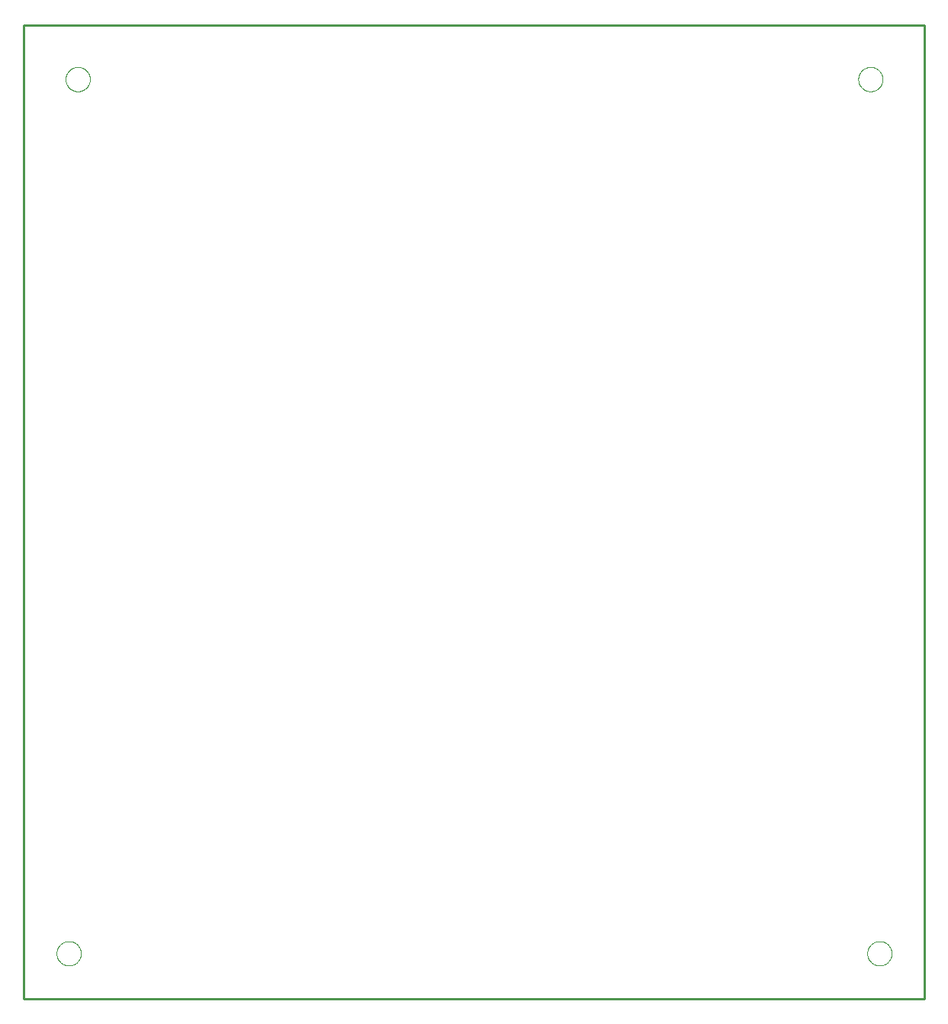
<source format=gko>
G04 EAGLE Gerber RS-274X export*
G75*
%MOMM*%
%FSLAX34Y34*%
%LPD*%
%INBoard Outline*%
%IPPOS*%
%AMOC8*
5,1,8,0,0,1.08239X$1,22.5*%
G01*
G04 Define Apertures*
%ADD10C,0.152400*%
%ADD11C,0.000000*%
%ADD12C,0.254000*%
D10*
X1000000Y0D02*
X1000000Y1080000D01*
X0Y1080000D01*
X0Y0D01*
X1000000Y0D01*
D11*
X46500Y1020000D02*
X46504Y1020331D01*
X46516Y1020662D01*
X46537Y1020993D01*
X46565Y1021323D01*
X46602Y1021653D01*
X46646Y1021981D01*
X46699Y1022308D01*
X46759Y1022634D01*
X46828Y1022958D01*
X46905Y1023280D01*
X46989Y1023601D01*
X47081Y1023919D01*
X47181Y1024235D01*
X47289Y1024548D01*
X47405Y1024859D01*
X47528Y1025166D01*
X47658Y1025471D01*
X47796Y1025772D01*
X47941Y1026070D01*
X48094Y1026364D01*
X48254Y1026654D01*
X48421Y1026940D01*
X48594Y1027222D01*
X48775Y1027500D01*
X48963Y1027773D01*
X49157Y1028042D01*
X49357Y1028306D01*
X49564Y1028564D01*
X49778Y1028818D01*
X49997Y1029066D01*
X50223Y1029309D01*
X50454Y1029546D01*
X50691Y1029777D01*
X50934Y1030003D01*
X51182Y1030222D01*
X51436Y1030436D01*
X51694Y1030643D01*
X51958Y1030843D01*
X52227Y1031037D01*
X52500Y1031225D01*
X52778Y1031406D01*
X53060Y1031579D01*
X53346Y1031746D01*
X53636Y1031906D01*
X53930Y1032059D01*
X54228Y1032204D01*
X54529Y1032342D01*
X54834Y1032472D01*
X55141Y1032595D01*
X55452Y1032711D01*
X55765Y1032819D01*
X56081Y1032919D01*
X56399Y1033011D01*
X56720Y1033095D01*
X57042Y1033172D01*
X57366Y1033241D01*
X57692Y1033301D01*
X58019Y1033354D01*
X58347Y1033398D01*
X58677Y1033435D01*
X59007Y1033463D01*
X59338Y1033484D01*
X59669Y1033496D01*
X60000Y1033500D01*
X60331Y1033496D01*
X60662Y1033484D01*
X60993Y1033463D01*
X61323Y1033435D01*
X61653Y1033398D01*
X61981Y1033354D01*
X62308Y1033301D01*
X62634Y1033241D01*
X62958Y1033172D01*
X63280Y1033095D01*
X63601Y1033011D01*
X63919Y1032919D01*
X64235Y1032819D01*
X64548Y1032711D01*
X64859Y1032595D01*
X65166Y1032472D01*
X65471Y1032342D01*
X65772Y1032204D01*
X66070Y1032059D01*
X66364Y1031906D01*
X66654Y1031746D01*
X66940Y1031579D01*
X67222Y1031406D01*
X67500Y1031225D01*
X67773Y1031037D01*
X68042Y1030843D01*
X68306Y1030643D01*
X68564Y1030436D01*
X68818Y1030222D01*
X69066Y1030003D01*
X69309Y1029777D01*
X69546Y1029546D01*
X69777Y1029309D01*
X70003Y1029066D01*
X70222Y1028818D01*
X70436Y1028564D01*
X70643Y1028306D01*
X70843Y1028042D01*
X71037Y1027773D01*
X71225Y1027500D01*
X71406Y1027222D01*
X71579Y1026940D01*
X71746Y1026654D01*
X71906Y1026364D01*
X72059Y1026070D01*
X72204Y1025772D01*
X72342Y1025471D01*
X72472Y1025166D01*
X72595Y1024859D01*
X72711Y1024548D01*
X72819Y1024235D01*
X72919Y1023919D01*
X73011Y1023601D01*
X73095Y1023280D01*
X73172Y1022958D01*
X73241Y1022634D01*
X73301Y1022308D01*
X73354Y1021981D01*
X73398Y1021653D01*
X73435Y1021323D01*
X73463Y1020993D01*
X73484Y1020662D01*
X73496Y1020331D01*
X73500Y1020000D01*
X73496Y1019669D01*
X73484Y1019338D01*
X73463Y1019007D01*
X73435Y1018677D01*
X73398Y1018347D01*
X73354Y1018019D01*
X73301Y1017692D01*
X73241Y1017366D01*
X73172Y1017042D01*
X73095Y1016720D01*
X73011Y1016399D01*
X72919Y1016081D01*
X72819Y1015765D01*
X72711Y1015452D01*
X72595Y1015141D01*
X72472Y1014834D01*
X72342Y1014529D01*
X72204Y1014228D01*
X72059Y1013930D01*
X71906Y1013636D01*
X71746Y1013346D01*
X71579Y1013060D01*
X71406Y1012778D01*
X71225Y1012500D01*
X71037Y1012227D01*
X70843Y1011958D01*
X70643Y1011694D01*
X70436Y1011436D01*
X70222Y1011182D01*
X70003Y1010934D01*
X69777Y1010691D01*
X69546Y1010454D01*
X69309Y1010223D01*
X69066Y1009997D01*
X68818Y1009778D01*
X68564Y1009564D01*
X68306Y1009357D01*
X68042Y1009157D01*
X67773Y1008963D01*
X67500Y1008775D01*
X67222Y1008594D01*
X66940Y1008421D01*
X66654Y1008254D01*
X66364Y1008094D01*
X66070Y1007941D01*
X65772Y1007796D01*
X65471Y1007658D01*
X65166Y1007528D01*
X64859Y1007405D01*
X64548Y1007289D01*
X64235Y1007181D01*
X63919Y1007081D01*
X63601Y1006989D01*
X63280Y1006905D01*
X62958Y1006828D01*
X62634Y1006759D01*
X62308Y1006699D01*
X61981Y1006646D01*
X61653Y1006602D01*
X61323Y1006565D01*
X60993Y1006537D01*
X60662Y1006516D01*
X60331Y1006504D01*
X60000Y1006500D01*
X59669Y1006504D01*
X59338Y1006516D01*
X59007Y1006537D01*
X58677Y1006565D01*
X58347Y1006602D01*
X58019Y1006646D01*
X57692Y1006699D01*
X57366Y1006759D01*
X57042Y1006828D01*
X56720Y1006905D01*
X56399Y1006989D01*
X56081Y1007081D01*
X55765Y1007181D01*
X55452Y1007289D01*
X55141Y1007405D01*
X54834Y1007528D01*
X54529Y1007658D01*
X54228Y1007796D01*
X53930Y1007941D01*
X53636Y1008094D01*
X53346Y1008254D01*
X53060Y1008421D01*
X52778Y1008594D01*
X52500Y1008775D01*
X52227Y1008963D01*
X51958Y1009157D01*
X51694Y1009357D01*
X51436Y1009564D01*
X51182Y1009778D01*
X50934Y1009997D01*
X50691Y1010223D01*
X50454Y1010454D01*
X50223Y1010691D01*
X49997Y1010934D01*
X49778Y1011182D01*
X49564Y1011436D01*
X49357Y1011694D01*
X49157Y1011958D01*
X48963Y1012227D01*
X48775Y1012500D01*
X48594Y1012778D01*
X48421Y1013060D01*
X48254Y1013346D01*
X48094Y1013636D01*
X47941Y1013930D01*
X47796Y1014228D01*
X47658Y1014529D01*
X47528Y1014834D01*
X47405Y1015141D01*
X47289Y1015452D01*
X47181Y1015765D01*
X47081Y1016081D01*
X46989Y1016399D01*
X46905Y1016720D01*
X46828Y1017042D01*
X46759Y1017366D01*
X46699Y1017692D01*
X46646Y1018019D01*
X46602Y1018347D01*
X46565Y1018677D01*
X46537Y1019007D01*
X46516Y1019338D01*
X46504Y1019669D01*
X46500Y1020000D01*
X926500Y1020000D02*
X926504Y1020331D01*
X926516Y1020662D01*
X926537Y1020993D01*
X926565Y1021323D01*
X926602Y1021653D01*
X926646Y1021981D01*
X926699Y1022308D01*
X926759Y1022634D01*
X926828Y1022958D01*
X926905Y1023280D01*
X926989Y1023601D01*
X927081Y1023919D01*
X927181Y1024235D01*
X927289Y1024548D01*
X927405Y1024859D01*
X927528Y1025166D01*
X927658Y1025471D01*
X927796Y1025772D01*
X927941Y1026070D01*
X928094Y1026364D01*
X928254Y1026654D01*
X928421Y1026940D01*
X928594Y1027222D01*
X928775Y1027500D01*
X928963Y1027773D01*
X929157Y1028042D01*
X929357Y1028306D01*
X929564Y1028564D01*
X929778Y1028818D01*
X929997Y1029066D01*
X930223Y1029309D01*
X930454Y1029546D01*
X930691Y1029777D01*
X930934Y1030003D01*
X931182Y1030222D01*
X931436Y1030436D01*
X931694Y1030643D01*
X931958Y1030843D01*
X932227Y1031037D01*
X932500Y1031225D01*
X932778Y1031406D01*
X933060Y1031579D01*
X933346Y1031746D01*
X933636Y1031906D01*
X933930Y1032059D01*
X934228Y1032204D01*
X934529Y1032342D01*
X934834Y1032472D01*
X935141Y1032595D01*
X935452Y1032711D01*
X935765Y1032819D01*
X936081Y1032919D01*
X936399Y1033011D01*
X936720Y1033095D01*
X937042Y1033172D01*
X937366Y1033241D01*
X937692Y1033301D01*
X938019Y1033354D01*
X938347Y1033398D01*
X938677Y1033435D01*
X939007Y1033463D01*
X939338Y1033484D01*
X939669Y1033496D01*
X940000Y1033500D01*
X940331Y1033496D01*
X940662Y1033484D01*
X940993Y1033463D01*
X941323Y1033435D01*
X941653Y1033398D01*
X941981Y1033354D01*
X942308Y1033301D01*
X942634Y1033241D01*
X942958Y1033172D01*
X943280Y1033095D01*
X943601Y1033011D01*
X943919Y1032919D01*
X944235Y1032819D01*
X944548Y1032711D01*
X944859Y1032595D01*
X945166Y1032472D01*
X945471Y1032342D01*
X945772Y1032204D01*
X946070Y1032059D01*
X946364Y1031906D01*
X946654Y1031746D01*
X946940Y1031579D01*
X947222Y1031406D01*
X947500Y1031225D01*
X947773Y1031037D01*
X948042Y1030843D01*
X948306Y1030643D01*
X948564Y1030436D01*
X948818Y1030222D01*
X949066Y1030003D01*
X949309Y1029777D01*
X949546Y1029546D01*
X949777Y1029309D01*
X950003Y1029066D01*
X950222Y1028818D01*
X950436Y1028564D01*
X950643Y1028306D01*
X950843Y1028042D01*
X951037Y1027773D01*
X951225Y1027500D01*
X951406Y1027222D01*
X951579Y1026940D01*
X951746Y1026654D01*
X951906Y1026364D01*
X952059Y1026070D01*
X952204Y1025772D01*
X952342Y1025471D01*
X952472Y1025166D01*
X952595Y1024859D01*
X952711Y1024548D01*
X952819Y1024235D01*
X952919Y1023919D01*
X953011Y1023601D01*
X953095Y1023280D01*
X953172Y1022958D01*
X953241Y1022634D01*
X953301Y1022308D01*
X953354Y1021981D01*
X953398Y1021653D01*
X953435Y1021323D01*
X953463Y1020993D01*
X953484Y1020662D01*
X953496Y1020331D01*
X953500Y1020000D01*
X953496Y1019669D01*
X953484Y1019338D01*
X953463Y1019007D01*
X953435Y1018677D01*
X953398Y1018347D01*
X953354Y1018019D01*
X953301Y1017692D01*
X953241Y1017366D01*
X953172Y1017042D01*
X953095Y1016720D01*
X953011Y1016399D01*
X952919Y1016081D01*
X952819Y1015765D01*
X952711Y1015452D01*
X952595Y1015141D01*
X952472Y1014834D01*
X952342Y1014529D01*
X952204Y1014228D01*
X952059Y1013930D01*
X951906Y1013636D01*
X951746Y1013346D01*
X951579Y1013060D01*
X951406Y1012778D01*
X951225Y1012500D01*
X951037Y1012227D01*
X950843Y1011958D01*
X950643Y1011694D01*
X950436Y1011436D01*
X950222Y1011182D01*
X950003Y1010934D01*
X949777Y1010691D01*
X949546Y1010454D01*
X949309Y1010223D01*
X949066Y1009997D01*
X948818Y1009778D01*
X948564Y1009564D01*
X948306Y1009357D01*
X948042Y1009157D01*
X947773Y1008963D01*
X947500Y1008775D01*
X947222Y1008594D01*
X946940Y1008421D01*
X946654Y1008254D01*
X946364Y1008094D01*
X946070Y1007941D01*
X945772Y1007796D01*
X945471Y1007658D01*
X945166Y1007528D01*
X944859Y1007405D01*
X944548Y1007289D01*
X944235Y1007181D01*
X943919Y1007081D01*
X943601Y1006989D01*
X943280Y1006905D01*
X942958Y1006828D01*
X942634Y1006759D01*
X942308Y1006699D01*
X941981Y1006646D01*
X941653Y1006602D01*
X941323Y1006565D01*
X940993Y1006537D01*
X940662Y1006516D01*
X940331Y1006504D01*
X940000Y1006500D01*
X939669Y1006504D01*
X939338Y1006516D01*
X939007Y1006537D01*
X938677Y1006565D01*
X938347Y1006602D01*
X938019Y1006646D01*
X937692Y1006699D01*
X937366Y1006759D01*
X937042Y1006828D01*
X936720Y1006905D01*
X936399Y1006989D01*
X936081Y1007081D01*
X935765Y1007181D01*
X935452Y1007289D01*
X935141Y1007405D01*
X934834Y1007528D01*
X934529Y1007658D01*
X934228Y1007796D01*
X933930Y1007941D01*
X933636Y1008094D01*
X933346Y1008254D01*
X933060Y1008421D01*
X932778Y1008594D01*
X932500Y1008775D01*
X932227Y1008963D01*
X931958Y1009157D01*
X931694Y1009357D01*
X931436Y1009564D01*
X931182Y1009778D01*
X930934Y1009997D01*
X930691Y1010223D01*
X930454Y1010454D01*
X930223Y1010691D01*
X929997Y1010934D01*
X929778Y1011182D01*
X929564Y1011436D01*
X929357Y1011694D01*
X929157Y1011958D01*
X928963Y1012227D01*
X928775Y1012500D01*
X928594Y1012778D01*
X928421Y1013060D01*
X928254Y1013346D01*
X928094Y1013636D01*
X927941Y1013930D01*
X927796Y1014228D01*
X927658Y1014529D01*
X927528Y1014834D01*
X927405Y1015141D01*
X927289Y1015452D01*
X927181Y1015765D01*
X927081Y1016081D01*
X926989Y1016399D01*
X926905Y1016720D01*
X926828Y1017042D01*
X926759Y1017366D01*
X926699Y1017692D01*
X926646Y1018019D01*
X926602Y1018347D01*
X926565Y1018677D01*
X926537Y1019007D01*
X926516Y1019338D01*
X926504Y1019669D01*
X926500Y1020000D01*
X936500Y50000D02*
X936504Y50331D01*
X936516Y50662D01*
X936537Y50993D01*
X936565Y51323D01*
X936602Y51653D01*
X936646Y51981D01*
X936699Y52308D01*
X936759Y52634D01*
X936828Y52958D01*
X936905Y53280D01*
X936989Y53601D01*
X937081Y53919D01*
X937181Y54235D01*
X937289Y54548D01*
X937405Y54859D01*
X937528Y55166D01*
X937658Y55471D01*
X937796Y55772D01*
X937941Y56070D01*
X938094Y56364D01*
X938254Y56654D01*
X938421Y56940D01*
X938594Y57222D01*
X938775Y57500D01*
X938963Y57773D01*
X939157Y58042D01*
X939357Y58306D01*
X939564Y58564D01*
X939778Y58818D01*
X939997Y59066D01*
X940223Y59309D01*
X940454Y59546D01*
X940691Y59777D01*
X940934Y60003D01*
X941182Y60222D01*
X941436Y60436D01*
X941694Y60643D01*
X941958Y60843D01*
X942227Y61037D01*
X942500Y61225D01*
X942778Y61406D01*
X943060Y61579D01*
X943346Y61746D01*
X943636Y61906D01*
X943930Y62059D01*
X944228Y62204D01*
X944529Y62342D01*
X944834Y62472D01*
X945141Y62595D01*
X945452Y62711D01*
X945765Y62819D01*
X946081Y62919D01*
X946399Y63011D01*
X946720Y63095D01*
X947042Y63172D01*
X947366Y63241D01*
X947692Y63301D01*
X948019Y63354D01*
X948347Y63398D01*
X948677Y63435D01*
X949007Y63463D01*
X949338Y63484D01*
X949669Y63496D01*
X950000Y63500D01*
X950331Y63496D01*
X950662Y63484D01*
X950993Y63463D01*
X951323Y63435D01*
X951653Y63398D01*
X951981Y63354D01*
X952308Y63301D01*
X952634Y63241D01*
X952958Y63172D01*
X953280Y63095D01*
X953601Y63011D01*
X953919Y62919D01*
X954235Y62819D01*
X954548Y62711D01*
X954859Y62595D01*
X955166Y62472D01*
X955471Y62342D01*
X955772Y62204D01*
X956070Y62059D01*
X956364Y61906D01*
X956654Y61746D01*
X956940Y61579D01*
X957222Y61406D01*
X957500Y61225D01*
X957773Y61037D01*
X958042Y60843D01*
X958306Y60643D01*
X958564Y60436D01*
X958818Y60222D01*
X959066Y60003D01*
X959309Y59777D01*
X959546Y59546D01*
X959777Y59309D01*
X960003Y59066D01*
X960222Y58818D01*
X960436Y58564D01*
X960643Y58306D01*
X960843Y58042D01*
X961037Y57773D01*
X961225Y57500D01*
X961406Y57222D01*
X961579Y56940D01*
X961746Y56654D01*
X961906Y56364D01*
X962059Y56070D01*
X962204Y55772D01*
X962342Y55471D01*
X962472Y55166D01*
X962595Y54859D01*
X962711Y54548D01*
X962819Y54235D01*
X962919Y53919D01*
X963011Y53601D01*
X963095Y53280D01*
X963172Y52958D01*
X963241Y52634D01*
X963301Y52308D01*
X963354Y51981D01*
X963398Y51653D01*
X963435Y51323D01*
X963463Y50993D01*
X963484Y50662D01*
X963496Y50331D01*
X963500Y50000D01*
X963496Y49669D01*
X963484Y49338D01*
X963463Y49007D01*
X963435Y48677D01*
X963398Y48347D01*
X963354Y48019D01*
X963301Y47692D01*
X963241Y47366D01*
X963172Y47042D01*
X963095Y46720D01*
X963011Y46399D01*
X962919Y46081D01*
X962819Y45765D01*
X962711Y45452D01*
X962595Y45141D01*
X962472Y44834D01*
X962342Y44529D01*
X962204Y44228D01*
X962059Y43930D01*
X961906Y43636D01*
X961746Y43346D01*
X961579Y43060D01*
X961406Y42778D01*
X961225Y42500D01*
X961037Y42227D01*
X960843Y41958D01*
X960643Y41694D01*
X960436Y41436D01*
X960222Y41182D01*
X960003Y40934D01*
X959777Y40691D01*
X959546Y40454D01*
X959309Y40223D01*
X959066Y39997D01*
X958818Y39778D01*
X958564Y39564D01*
X958306Y39357D01*
X958042Y39157D01*
X957773Y38963D01*
X957500Y38775D01*
X957222Y38594D01*
X956940Y38421D01*
X956654Y38254D01*
X956364Y38094D01*
X956070Y37941D01*
X955772Y37796D01*
X955471Y37658D01*
X955166Y37528D01*
X954859Y37405D01*
X954548Y37289D01*
X954235Y37181D01*
X953919Y37081D01*
X953601Y36989D01*
X953280Y36905D01*
X952958Y36828D01*
X952634Y36759D01*
X952308Y36699D01*
X951981Y36646D01*
X951653Y36602D01*
X951323Y36565D01*
X950993Y36537D01*
X950662Y36516D01*
X950331Y36504D01*
X950000Y36500D01*
X949669Y36504D01*
X949338Y36516D01*
X949007Y36537D01*
X948677Y36565D01*
X948347Y36602D01*
X948019Y36646D01*
X947692Y36699D01*
X947366Y36759D01*
X947042Y36828D01*
X946720Y36905D01*
X946399Y36989D01*
X946081Y37081D01*
X945765Y37181D01*
X945452Y37289D01*
X945141Y37405D01*
X944834Y37528D01*
X944529Y37658D01*
X944228Y37796D01*
X943930Y37941D01*
X943636Y38094D01*
X943346Y38254D01*
X943060Y38421D01*
X942778Y38594D01*
X942500Y38775D01*
X942227Y38963D01*
X941958Y39157D01*
X941694Y39357D01*
X941436Y39564D01*
X941182Y39778D01*
X940934Y39997D01*
X940691Y40223D01*
X940454Y40454D01*
X940223Y40691D01*
X939997Y40934D01*
X939778Y41182D01*
X939564Y41436D01*
X939357Y41694D01*
X939157Y41958D01*
X938963Y42227D01*
X938775Y42500D01*
X938594Y42778D01*
X938421Y43060D01*
X938254Y43346D01*
X938094Y43636D01*
X937941Y43930D01*
X937796Y44228D01*
X937658Y44529D01*
X937528Y44834D01*
X937405Y45141D01*
X937289Y45452D01*
X937181Y45765D01*
X937081Y46081D01*
X936989Y46399D01*
X936905Y46720D01*
X936828Y47042D01*
X936759Y47366D01*
X936699Y47692D01*
X936646Y48019D01*
X936602Y48347D01*
X936565Y48677D01*
X936537Y49007D01*
X936516Y49338D01*
X936504Y49669D01*
X936500Y50000D01*
X36500Y50000D02*
X36504Y50331D01*
X36516Y50662D01*
X36537Y50993D01*
X36565Y51323D01*
X36602Y51653D01*
X36646Y51981D01*
X36699Y52308D01*
X36759Y52634D01*
X36828Y52958D01*
X36905Y53280D01*
X36989Y53601D01*
X37081Y53919D01*
X37181Y54235D01*
X37289Y54548D01*
X37405Y54859D01*
X37528Y55166D01*
X37658Y55471D01*
X37796Y55772D01*
X37941Y56070D01*
X38094Y56364D01*
X38254Y56654D01*
X38421Y56940D01*
X38594Y57222D01*
X38775Y57500D01*
X38963Y57773D01*
X39157Y58042D01*
X39357Y58306D01*
X39564Y58564D01*
X39778Y58818D01*
X39997Y59066D01*
X40223Y59309D01*
X40454Y59546D01*
X40691Y59777D01*
X40934Y60003D01*
X41182Y60222D01*
X41436Y60436D01*
X41694Y60643D01*
X41958Y60843D01*
X42227Y61037D01*
X42500Y61225D01*
X42778Y61406D01*
X43060Y61579D01*
X43346Y61746D01*
X43636Y61906D01*
X43930Y62059D01*
X44228Y62204D01*
X44529Y62342D01*
X44834Y62472D01*
X45141Y62595D01*
X45452Y62711D01*
X45765Y62819D01*
X46081Y62919D01*
X46399Y63011D01*
X46720Y63095D01*
X47042Y63172D01*
X47366Y63241D01*
X47692Y63301D01*
X48019Y63354D01*
X48347Y63398D01*
X48677Y63435D01*
X49007Y63463D01*
X49338Y63484D01*
X49669Y63496D01*
X50000Y63500D01*
X50331Y63496D01*
X50662Y63484D01*
X50993Y63463D01*
X51323Y63435D01*
X51653Y63398D01*
X51981Y63354D01*
X52308Y63301D01*
X52634Y63241D01*
X52958Y63172D01*
X53280Y63095D01*
X53601Y63011D01*
X53919Y62919D01*
X54235Y62819D01*
X54548Y62711D01*
X54859Y62595D01*
X55166Y62472D01*
X55471Y62342D01*
X55772Y62204D01*
X56070Y62059D01*
X56364Y61906D01*
X56654Y61746D01*
X56940Y61579D01*
X57222Y61406D01*
X57500Y61225D01*
X57773Y61037D01*
X58042Y60843D01*
X58306Y60643D01*
X58564Y60436D01*
X58818Y60222D01*
X59066Y60003D01*
X59309Y59777D01*
X59546Y59546D01*
X59777Y59309D01*
X60003Y59066D01*
X60222Y58818D01*
X60436Y58564D01*
X60643Y58306D01*
X60843Y58042D01*
X61037Y57773D01*
X61225Y57500D01*
X61406Y57222D01*
X61579Y56940D01*
X61746Y56654D01*
X61906Y56364D01*
X62059Y56070D01*
X62204Y55772D01*
X62342Y55471D01*
X62472Y55166D01*
X62595Y54859D01*
X62711Y54548D01*
X62819Y54235D01*
X62919Y53919D01*
X63011Y53601D01*
X63095Y53280D01*
X63172Y52958D01*
X63241Y52634D01*
X63301Y52308D01*
X63354Y51981D01*
X63398Y51653D01*
X63435Y51323D01*
X63463Y50993D01*
X63484Y50662D01*
X63496Y50331D01*
X63500Y50000D01*
X63496Y49669D01*
X63484Y49338D01*
X63463Y49007D01*
X63435Y48677D01*
X63398Y48347D01*
X63354Y48019D01*
X63301Y47692D01*
X63241Y47366D01*
X63172Y47042D01*
X63095Y46720D01*
X63011Y46399D01*
X62919Y46081D01*
X62819Y45765D01*
X62711Y45452D01*
X62595Y45141D01*
X62472Y44834D01*
X62342Y44529D01*
X62204Y44228D01*
X62059Y43930D01*
X61906Y43636D01*
X61746Y43346D01*
X61579Y43060D01*
X61406Y42778D01*
X61225Y42500D01*
X61037Y42227D01*
X60843Y41958D01*
X60643Y41694D01*
X60436Y41436D01*
X60222Y41182D01*
X60003Y40934D01*
X59777Y40691D01*
X59546Y40454D01*
X59309Y40223D01*
X59066Y39997D01*
X58818Y39778D01*
X58564Y39564D01*
X58306Y39357D01*
X58042Y39157D01*
X57773Y38963D01*
X57500Y38775D01*
X57222Y38594D01*
X56940Y38421D01*
X56654Y38254D01*
X56364Y38094D01*
X56070Y37941D01*
X55772Y37796D01*
X55471Y37658D01*
X55166Y37528D01*
X54859Y37405D01*
X54548Y37289D01*
X54235Y37181D01*
X53919Y37081D01*
X53601Y36989D01*
X53280Y36905D01*
X52958Y36828D01*
X52634Y36759D01*
X52308Y36699D01*
X51981Y36646D01*
X51653Y36602D01*
X51323Y36565D01*
X50993Y36537D01*
X50662Y36516D01*
X50331Y36504D01*
X50000Y36500D01*
X49669Y36504D01*
X49338Y36516D01*
X49007Y36537D01*
X48677Y36565D01*
X48347Y36602D01*
X48019Y36646D01*
X47692Y36699D01*
X47366Y36759D01*
X47042Y36828D01*
X46720Y36905D01*
X46399Y36989D01*
X46081Y37081D01*
X45765Y37181D01*
X45452Y37289D01*
X45141Y37405D01*
X44834Y37528D01*
X44529Y37658D01*
X44228Y37796D01*
X43930Y37941D01*
X43636Y38094D01*
X43346Y38254D01*
X43060Y38421D01*
X42778Y38594D01*
X42500Y38775D01*
X42227Y38963D01*
X41958Y39157D01*
X41694Y39357D01*
X41436Y39564D01*
X41182Y39778D01*
X40934Y39997D01*
X40691Y40223D01*
X40454Y40454D01*
X40223Y40691D01*
X39997Y40934D01*
X39778Y41182D01*
X39564Y41436D01*
X39357Y41694D01*
X39157Y41958D01*
X38963Y42227D01*
X38775Y42500D01*
X38594Y42778D01*
X38421Y43060D01*
X38254Y43346D01*
X38094Y43636D01*
X37941Y43930D01*
X37796Y44228D01*
X37658Y44529D01*
X37528Y44834D01*
X37405Y45141D01*
X37289Y45452D01*
X37181Y45765D01*
X37081Y46081D01*
X36989Y46399D01*
X36905Y46720D01*
X36828Y47042D01*
X36759Y47366D01*
X36699Y47692D01*
X36646Y48019D01*
X36602Y48347D01*
X36565Y48677D01*
X36537Y49007D01*
X36516Y49338D01*
X36504Y49669D01*
X36500Y50000D01*
D12*
X0Y0D02*
X1000000Y0D01*
X1000000Y1080000D01*
X0Y1080000D01*
X0Y0D01*
M02*

</source>
